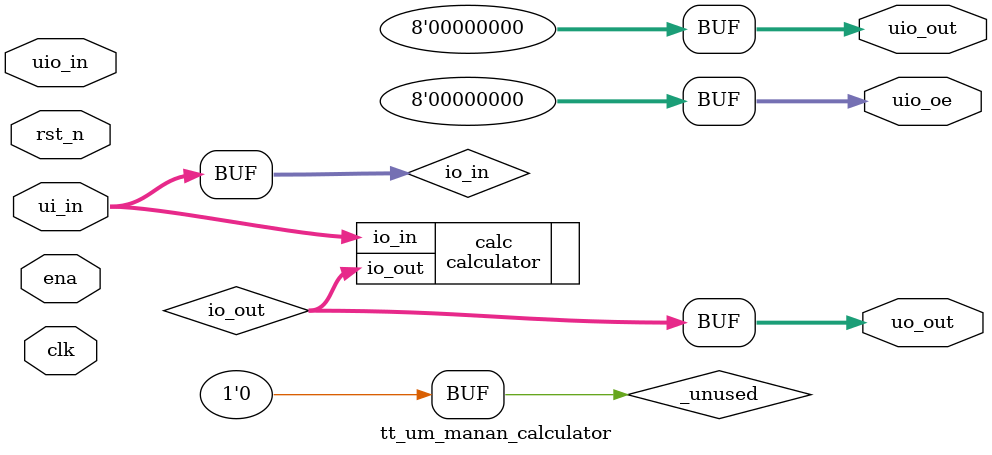
<source format=v>
/*
 * Copyright (c) 2024 Your Name
 * SPDX-License-Identifier: Apache-2.0
 */

`default_nettype none

module tt_um_manan_calculator (
    input  wire [7:0] ui_in,    // Dedicated inputs
    output wire [7:0] uo_out,   // Dedicated outputs
    input  wire [7:0] uio_in,   // IOs: Input path
    output wire [7:0] uio_out,  // IOs: Output path
    output wire [7:0] uio_oe,   // IOs: Enable path (active high: 0=input, 1=output)
    input  wire       ena,      // always 1 when the design is powered, so you can ignore it
    input  wire       clk,      // clock
    input  wire       rst_n     // reset_n - low to reset
);

  // All output pins must be assigned. If not used, assign to 0.
    wire [7:0] io_in  = ui_in;
    wire [7:0] io_out;

    calculator calc (
        .io_in(io_in),
        .io_out(io_out)
    );
    
  //assign uo_out  = ui_in + uio_in;  // Example: ou_out is the sum of ui_in and uio_in
  assign uo_out  = io_out;
  
  assign uio_out = 0;
  assign uio_oe  = 0;

  // List all unused inputs to prevent warnings
  wire _unused = &{ena, clk, rst_n, 1'b0};

endmodule

</source>
